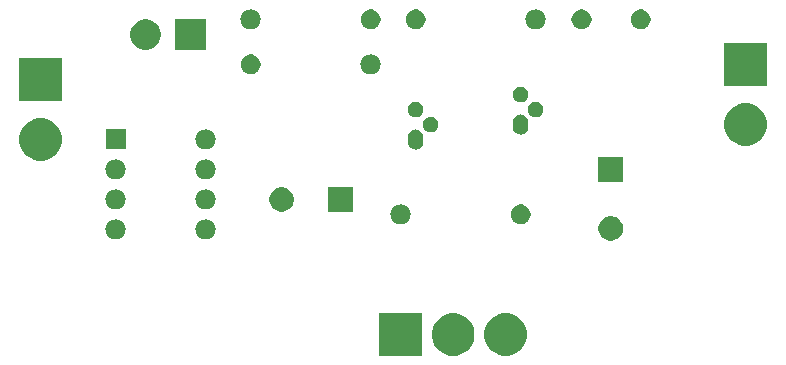
<source format=gts>
G04 #@! TF.GenerationSoftware,KiCad,Pcbnew,5.0.2-bee76a0~70~ubuntu18.04.1*
G04 #@! TF.CreationDate,2019-03-20T17:07:28-04:00*
G04 #@! TF.ProjectId,Fuzz,46757a7a-2e6b-4696-9361-645f70636258,rev?*
G04 #@! TF.SameCoordinates,Original*
G04 #@! TF.FileFunction,Soldermask,Top*
G04 #@! TF.FilePolarity,Negative*
%FSLAX46Y46*%
G04 Gerber Fmt 4.6, Leading zero omitted, Abs format (unit mm)*
G04 Created by KiCad (PCBNEW 5.0.2-bee76a0~70~ubuntu18.04.1) date Wed 20 Mar 2019 05:07:28 PM EDT*
%MOMM*%
%LPD*%
G01*
G04 APERTURE LIST*
%ADD10C,0.100000*%
G04 APERTURE END LIST*
D10*
G36*
X50061060Y-46251060D02*
X46458940Y-46251060D01*
X46458940Y-42648940D01*
X50061060Y-42648940D01*
X50061060Y-46251060D01*
X50061060Y-46251060D01*
G37*
G36*
X52931905Y-42658789D02*
X53230350Y-42718153D01*
X53558122Y-42853921D01*
X53853109Y-43051025D01*
X54103975Y-43301891D01*
X54301079Y-43596878D01*
X54436847Y-43924650D01*
X54506060Y-44272611D01*
X54506060Y-44627389D01*
X54436847Y-44975350D01*
X54301079Y-45303122D01*
X54103975Y-45598109D01*
X53853109Y-45848975D01*
X53558122Y-46046079D01*
X53230350Y-46181847D01*
X52931905Y-46241211D01*
X52882390Y-46251060D01*
X52527610Y-46251060D01*
X52478095Y-46241211D01*
X52179650Y-46181847D01*
X51851878Y-46046079D01*
X51556891Y-45848975D01*
X51306025Y-45598109D01*
X51108921Y-45303122D01*
X50973153Y-44975350D01*
X50903940Y-44627389D01*
X50903940Y-44272611D01*
X50973153Y-43924650D01*
X51108921Y-43596878D01*
X51306025Y-43301891D01*
X51556891Y-43051025D01*
X51851878Y-42853921D01*
X52179650Y-42718153D01*
X52478095Y-42658789D01*
X52527610Y-42648940D01*
X52882390Y-42648940D01*
X52931905Y-42658789D01*
X52931905Y-42658789D01*
G37*
G36*
X57376905Y-42658789D02*
X57675350Y-42718153D01*
X58003122Y-42853921D01*
X58298109Y-43051025D01*
X58548975Y-43301891D01*
X58746079Y-43596878D01*
X58881847Y-43924650D01*
X58951060Y-44272611D01*
X58951060Y-44627389D01*
X58881847Y-44975350D01*
X58746079Y-45303122D01*
X58548975Y-45598109D01*
X58298109Y-45848975D01*
X58003122Y-46046079D01*
X57675350Y-46181847D01*
X57376905Y-46241211D01*
X57327390Y-46251060D01*
X56972610Y-46251060D01*
X56923095Y-46241211D01*
X56624650Y-46181847D01*
X56296878Y-46046079D01*
X56001891Y-45848975D01*
X55751025Y-45598109D01*
X55553921Y-45303122D01*
X55418153Y-44975350D01*
X55348940Y-44627389D01*
X55348940Y-44272611D01*
X55418153Y-43924650D01*
X55553921Y-43596878D01*
X55751025Y-43301891D01*
X56001891Y-43051025D01*
X56296878Y-42853921D01*
X56624650Y-42718153D01*
X56923095Y-42658789D01*
X56972610Y-42648940D01*
X57327390Y-42648940D01*
X57376905Y-42658789D01*
X57376905Y-42658789D01*
G37*
G36*
X66346565Y-34469389D02*
X66537834Y-34548615D01*
X66709976Y-34663637D01*
X66856363Y-34810024D01*
X66971385Y-34982166D01*
X67050611Y-35173435D01*
X67091000Y-35376484D01*
X67091000Y-35583516D01*
X67050611Y-35786565D01*
X66971385Y-35977834D01*
X66856363Y-36149976D01*
X66709976Y-36296363D01*
X66537834Y-36411385D01*
X66346565Y-36490611D01*
X66143516Y-36531000D01*
X65936484Y-36531000D01*
X65733435Y-36490611D01*
X65542166Y-36411385D01*
X65370024Y-36296363D01*
X65223637Y-36149976D01*
X65108615Y-35977834D01*
X65029389Y-35786565D01*
X64989000Y-35583516D01*
X64989000Y-35376484D01*
X65029389Y-35173435D01*
X65108615Y-34982166D01*
X65223637Y-34810024D01*
X65370024Y-34663637D01*
X65542166Y-34548615D01*
X65733435Y-34469389D01*
X65936484Y-34429000D01*
X66143516Y-34429000D01*
X66346565Y-34469389D01*
X66346565Y-34469389D01*
G37*
G36*
X31916821Y-34721313D02*
X31916824Y-34721314D01*
X31916825Y-34721314D01*
X32077239Y-34769975D01*
X32077241Y-34769976D01*
X32077244Y-34769977D01*
X32225078Y-34848995D01*
X32354659Y-34955341D01*
X32461005Y-35084922D01*
X32540023Y-35232756D01*
X32588687Y-35393179D01*
X32605117Y-35560000D01*
X32588687Y-35726821D01*
X32540023Y-35887244D01*
X32461005Y-36035078D01*
X32354659Y-36164659D01*
X32225078Y-36271005D01*
X32077244Y-36350023D01*
X32077241Y-36350024D01*
X32077239Y-36350025D01*
X31916825Y-36398686D01*
X31916824Y-36398686D01*
X31916821Y-36398687D01*
X31791804Y-36411000D01*
X31708196Y-36411000D01*
X31583179Y-36398687D01*
X31583176Y-36398686D01*
X31583175Y-36398686D01*
X31422761Y-36350025D01*
X31422759Y-36350024D01*
X31422756Y-36350023D01*
X31274922Y-36271005D01*
X31145341Y-36164659D01*
X31038995Y-36035078D01*
X30959977Y-35887244D01*
X30911313Y-35726821D01*
X30894883Y-35560000D01*
X30911313Y-35393179D01*
X30959977Y-35232756D01*
X31038995Y-35084922D01*
X31145341Y-34955341D01*
X31274922Y-34848995D01*
X31422756Y-34769977D01*
X31422759Y-34769976D01*
X31422761Y-34769975D01*
X31583175Y-34721314D01*
X31583176Y-34721314D01*
X31583179Y-34721313D01*
X31708196Y-34709000D01*
X31791804Y-34709000D01*
X31916821Y-34721313D01*
X31916821Y-34721313D01*
G37*
G36*
X24296821Y-34721313D02*
X24296824Y-34721314D01*
X24296825Y-34721314D01*
X24457239Y-34769975D01*
X24457241Y-34769976D01*
X24457244Y-34769977D01*
X24605078Y-34848995D01*
X24734659Y-34955341D01*
X24841005Y-35084922D01*
X24920023Y-35232756D01*
X24968687Y-35393179D01*
X24985117Y-35560000D01*
X24968687Y-35726821D01*
X24920023Y-35887244D01*
X24841005Y-36035078D01*
X24734659Y-36164659D01*
X24605078Y-36271005D01*
X24457244Y-36350023D01*
X24457241Y-36350024D01*
X24457239Y-36350025D01*
X24296825Y-36398686D01*
X24296824Y-36398686D01*
X24296821Y-36398687D01*
X24171804Y-36411000D01*
X24088196Y-36411000D01*
X23963179Y-36398687D01*
X23963176Y-36398686D01*
X23963175Y-36398686D01*
X23802761Y-36350025D01*
X23802759Y-36350024D01*
X23802756Y-36350023D01*
X23654922Y-36271005D01*
X23525341Y-36164659D01*
X23418995Y-36035078D01*
X23339977Y-35887244D01*
X23291313Y-35726821D01*
X23274883Y-35560000D01*
X23291313Y-35393179D01*
X23339977Y-35232756D01*
X23418995Y-35084922D01*
X23525341Y-34955341D01*
X23654922Y-34848995D01*
X23802756Y-34769977D01*
X23802759Y-34769976D01*
X23802761Y-34769975D01*
X23963175Y-34721314D01*
X23963176Y-34721314D01*
X23963179Y-34721313D01*
X24088196Y-34709000D01*
X24171804Y-34709000D01*
X24296821Y-34721313D01*
X24296821Y-34721313D01*
G37*
G36*
X58668228Y-33471703D02*
X58823100Y-33535853D01*
X58962481Y-33628985D01*
X59081015Y-33747519D01*
X59174147Y-33886900D01*
X59238297Y-34041772D01*
X59271000Y-34206184D01*
X59271000Y-34373816D01*
X59238297Y-34538228D01*
X59174147Y-34693100D01*
X59081015Y-34832481D01*
X58962481Y-34951015D01*
X58823100Y-35044147D01*
X58668228Y-35108297D01*
X58503816Y-35141000D01*
X58336184Y-35141000D01*
X58171772Y-35108297D01*
X58016900Y-35044147D01*
X57877519Y-34951015D01*
X57758985Y-34832481D01*
X57665853Y-34693100D01*
X57601703Y-34538228D01*
X57569000Y-34373816D01*
X57569000Y-34206184D01*
X57601703Y-34041772D01*
X57665853Y-33886900D01*
X57758985Y-33747519D01*
X57877519Y-33628985D01*
X58016900Y-33535853D01*
X58171772Y-33471703D01*
X58336184Y-33439000D01*
X58503816Y-33439000D01*
X58668228Y-33471703D01*
X58668228Y-33471703D01*
G37*
G36*
X48426821Y-33451313D02*
X48426824Y-33451314D01*
X48426825Y-33451314D01*
X48587239Y-33499975D01*
X48587241Y-33499976D01*
X48587244Y-33499977D01*
X48735078Y-33578995D01*
X48864659Y-33685341D01*
X48971005Y-33814922D01*
X49050023Y-33962756D01*
X49050024Y-33962759D01*
X49050025Y-33962761D01*
X49082859Y-34071000D01*
X49098687Y-34123179D01*
X49115117Y-34290000D01*
X49098687Y-34456821D01*
X49098686Y-34456824D01*
X49098686Y-34456825D01*
X49070842Y-34548616D01*
X49050023Y-34617244D01*
X48971005Y-34765078D01*
X48864659Y-34894659D01*
X48735078Y-35001005D01*
X48587244Y-35080023D01*
X48587241Y-35080024D01*
X48587239Y-35080025D01*
X48426825Y-35128686D01*
X48426824Y-35128686D01*
X48426821Y-35128687D01*
X48301804Y-35141000D01*
X48218196Y-35141000D01*
X48093179Y-35128687D01*
X48093176Y-35128686D01*
X48093175Y-35128686D01*
X47932761Y-35080025D01*
X47932759Y-35080024D01*
X47932756Y-35080023D01*
X47784922Y-35001005D01*
X47655341Y-34894659D01*
X47548995Y-34765078D01*
X47469977Y-34617244D01*
X47449159Y-34548616D01*
X47421314Y-34456825D01*
X47421314Y-34456824D01*
X47421313Y-34456821D01*
X47404883Y-34290000D01*
X47421313Y-34123179D01*
X47437141Y-34071000D01*
X47469975Y-33962761D01*
X47469976Y-33962759D01*
X47469977Y-33962756D01*
X47548995Y-33814922D01*
X47655341Y-33685341D01*
X47784922Y-33578995D01*
X47932756Y-33499977D01*
X47932759Y-33499976D01*
X47932761Y-33499975D01*
X48093175Y-33451314D01*
X48093176Y-33451314D01*
X48093179Y-33451313D01*
X48218196Y-33439000D01*
X48301804Y-33439000D01*
X48426821Y-33451313D01*
X48426821Y-33451313D01*
G37*
G36*
X44231000Y-34071000D02*
X42129000Y-34071000D01*
X42129000Y-31969000D01*
X44231000Y-31969000D01*
X44231000Y-34071000D01*
X44231000Y-34071000D01*
G37*
G36*
X38486565Y-32009389D02*
X38677834Y-32088615D01*
X38849976Y-32203637D01*
X38996363Y-32350024D01*
X39111385Y-32522166D01*
X39190611Y-32713435D01*
X39231000Y-32916484D01*
X39231000Y-33123516D01*
X39190611Y-33326565D01*
X39111385Y-33517834D01*
X38996363Y-33689976D01*
X38849976Y-33836363D01*
X38677834Y-33951385D01*
X38486565Y-34030611D01*
X38283516Y-34071000D01*
X38076484Y-34071000D01*
X37873435Y-34030611D01*
X37682166Y-33951385D01*
X37510024Y-33836363D01*
X37363637Y-33689976D01*
X37248615Y-33517834D01*
X37169389Y-33326565D01*
X37129000Y-33123516D01*
X37129000Y-32916484D01*
X37169389Y-32713435D01*
X37248615Y-32522166D01*
X37363637Y-32350024D01*
X37510024Y-32203637D01*
X37682166Y-32088615D01*
X37873435Y-32009389D01*
X38076484Y-31969000D01*
X38283516Y-31969000D01*
X38486565Y-32009389D01*
X38486565Y-32009389D01*
G37*
G36*
X31916821Y-32181313D02*
X31916824Y-32181314D01*
X31916825Y-32181314D01*
X32077239Y-32229975D01*
X32077241Y-32229976D01*
X32077244Y-32229977D01*
X32225078Y-32308995D01*
X32354659Y-32415341D01*
X32461005Y-32544922D01*
X32540023Y-32692756D01*
X32588687Y-32853179D01*
X32605117Y-33020000D01*
X32588687Y-33186821D01*
X32540023Y-33347244D01*
X32461005Y-33495078D01*
X32354659Y-33624659D01*
X32225078Y-33731005D01*
X32077244Y-33810023D01*
X32077241Y-33810024D01*
X32077239Y-33810025D01*
X31916825Y-33858686D01*
X31916824Y-33858686D01*
X31916821Y-33858687D01*
X31791804Y-33871000D01*
X31708196Y-33871000D01*
X31583179Y-33858687D01*
X31583176Y-33858686D01*
X31583175Y-33858686D01*
X31422761Y-33810025D01*
X31422759Y-33810024D01*
X31422756Y-33810023D01*
X31274922Y-33731005D01*
X31145341Y-33624659D01*
X31038995Y-33495078D01*
X30959977Y-33347244D01*
X30911313Y-33186821D01*
X30894883Y-33020000D01*
X30911313Y-32853179D01*
X30959977Y-32692756D01*
X31038995Y-32544922D01*
X31145341Y-32415341D01*
X31274922Y-32308995D01*
X31422756Y-32229977D01*
X31422759Y-32229976D01*
X31422761Y-32229975D01*
X31583175Y-32181314D01*
X31583176Y-32181314D01*
X31583179Y-32181313D01*
X31708196Y-32169000D01*
X31791804Y-32169000D01*
X31916821Y-32181313D01*
X31916821Y-32181313D01*
G37*
G36*
X24296821Y-32181313D02*
X24296824Y-32181314D01*
X24296825Y-32181314D01*
X24457239Y-32229975D01*
X24457241Y-32229976D01*
X24457244Y-32229977D01*
X24605078Y-32308995D01*
X24734659Y-32415341D01*
X24841005Y-32544922D01*
X24920023Y-32692756D01*
X24968687Y-32853179D01*
X24985117Y-33020000D01*
X24968687Y-33186821D01*
X24920023Y-33347244D01*
X24841005Y-33495078D01*
X24734659Y-33624659D01*
X24605078Y-33731005D01*
X24457244Y-33810023D01*
X24457241Y-33810024D01*
X24457239Y-33810025D01*
X24296825Y-33858686D01*
X24296824Y-33858686D01*
X24296821Y-33858687D01*
X24171804Y-33871000D01*
X24088196Y-33871000D01*
X23963179Y-33858687D01*
X23963176Y-33858686D01*
X23963175Y-33858686D01*
X23802761Y-33810025D01*
X23802759Y-33810024D01*
X23802756Y-33810023D01*
X23654922Y-33731005D01*
X23525341Y-33624659D01*
X23418995Y-33495078D01*
X23339977Y-33347244D01*
X23291313Y-33186821D01*
X23274883Y-33020000D01*
X23291313Y-32853179D01*
X23339977Y-32692756D01*
X23418995Y-32544922D01*
X23525341Y-32415341D01*
X23654922Y-32308995D01*
X23802756Y-32229977D01*
X23802759Y-32229976D01*
X23802761Y-32229975D01*
X23963175Y-32181314D01*
X23963176Y-32181314D01*
X23963179Y-32181313D01*
X24088196Y-32169000D01*
X24171804Y-32169000D01*
X24296821Y-32181313D01*
X24296821Y-32181313D01*
G37*
G36*
X67091000Y-31531000D02*
X64989000Y-31531000D01*
X64989000Y-29429000D01*
X67091000Y-29429000D01*
X67091000Y-31531000D01*
X67091000Y-31531000D01*
G37*
G36*
X31916821Y-29641313D02*
X31916824Y-29641314D01*
X31916825Y-29641314D01*
X32077239Y-29689975D01*
X32077241Y-29689976D01*
X32077244Y-29689977D01*
X32225078Y-29768995D01*
X32354659Y-29875341D01*
X32461005Y-30004922D01*
X32540023Y-30152756D01*
X32588687Y-30313179D01*
X32605117Y-30480000D01*
X32588687Y-30646821D01*
X32540023Y-30807244D01*
X32461005Y-30955078D01*
X32354659Y-31084659D01*
X32225078Y-31191005D01*
X32077244Y-31270023D01*
X32077241Y-31270024D01*
X32077239Y-31270025D01*
X31916825Y-31318686D01*
X31916824Y-31318686D01*
X31916821Y-31318687D01*
X31791804Y-31331000D01*
X31708196Y-31331000D01*
X31583179Y-31318687D01*
X31583176Y-31318686D01*
X31583175Y-31318686D01*
X31422761Y-31270025D01*
X31422759Y-31270024D01*
X31422756Y-31270023D01*
X31274922Y-31191005D01*
X31145341Y-31084659D01*
X31038995Y-30955078D01*
X30959977Y-30807244D01*
X30911313Y-30646821D01*
X30894883Y-30480000D01*
X30911313Y-30313179D01*
X30959977Y-30152756D01*
X31038995Y-30004922D01*
X31145341Y-29875341D01*
X31274922Y-29768995D01*
X31422756Y-29689977D01*
X31422759Y-29689976D01*
X31422761Y-29689975D01*
X31583175Y-29641314D01*
X31583176Y-29641314D01*
X31583179Y-29641313D01*
X31708196Y-29629000D01*
X31791804Y-29629000D01*
X31916821Y-29641313D01*
X31916821Y-29641313D01*
G37*
G36*
X24296821Y-29641313D02*
X24296824Y-29641314D01*
X24296825Y-29641314D01*
X24457239Y-29689975D01*
X24457241Y-29689976D01*
X24457244Y-29689977D01*
X24605078Y-29768995D01*
X24734659Y-29875341D01*
X24841005Y-30004922D01*
X24920023Y-30152756D01*
X24968687Y-30313179D01*
X24985117Y-30480000D01*
X24968687Y-30646821D01*
X24920023Y-30807244D01*
X24841005Y-30955078D01*
X24734659Y-31084659D01*
X24605078Y-31191005D01*
X24457244Y-31270023D01*
X24457241Y-31270024D01*
X24457239Y-31270025D01*
X24296825Y-31318686D01*
X24296824Y-31318686D01*
X24296821Y-31318687D01*
X24171804Y-31331000D01*
X24088196Y-31331000D01*
X23963179Y-31318687D01*
X23963176Y-31318686D01*
X23963175Y-31318686D01*
X23802761Y-31270025D01*
X23802759Y-31270024D01*
X23802756Y-31270023D01*
X23654922Y-31191005D01*
X23525341Y-31084659D01*
X23418995Y-30955078D01*
X23339977Y-30807244D01*
X23291313Y-30646821D01*
X23274883Y-30480000D01*
X23291313Y-30313179D01*
X23339977Y-30152756D01*
X23418995Y-30004922D01*
X23525341Y-29875341D01*
X23654922Y-29768995D01*
X23802756Y-29689977D01*
X23802759Y-29689976D01*
X23802761Y-29689975D01*
X23963175Y-29641314D01*
X23963176Y-29641314D01*
X23963179Y-29641313D01*
X24088196Y-29629000D01*
X24171804Y-29629000D01*
X24296821Y-29641313D01*
X24296821Y-29641313D01*
G37*
G36*
X18006905Y-26148789D02*
X18305350Y-26208153D01*
X18633122Y-26343921D01*
X18928109Y-26541025D01*
X19178975Y-26791891D01*
X19376079Y-27086878D01*
X19511847Y-27414650D01*
X19581060Y-27762611D01*
X19581060Y-28117389D01*
X19511847Y-28465350D01*
X19376079Y-28793122D01*
X19178975Y-29088109D01*
X18928109Y-29338975D01*
X18633122Y-29536079D01*
X18305350Y-29671847D01*
X18006905Y-29731211D01*
X17957390Y-29741060D01*
X17602610Y-29741060D01*
X17553095Y-29731211D01*
X17254650Y-29671847D01*
X16926878Y-29536079D01*
X16631891Y-29338975D01*
X16381025Y-29088109D01*
X16183921Y-28793122D01*
X16048153Y-28465350D01*
X15978940Y-28117389D01*
X15978940Y-27762611D01*
X16048153Y-27414650D01*
X16183921Y-27086878D01*
X16381025Y-26791891D01*
X16631891Y-26541025D01*
X16926878Y-26343921D01*
X17254650Y-26208153D01*
X17553095Y-26148789D01*
X17602610Y-26138940D01*
X17957390Y-26138940D01*
X18006905Y-26148789D01*
X18006905Y-26148789D01*
G37*
G36*
X49657617Y-27098420D02*
X49729851Y-27120332D01*
X49780332Y-27135645D01*
X49840782Y-27167957D01*
X49893425Y-27196095D01*
X49893427Y-27196096D01*
X49893426Y-27196096D01*
X49988786Y-27274355D01*
X49992553Y-27277447D01*
X50073905Y-27376574D01*
X50073906Y-27376576D01*
X50134355Y-27489667D01*
X50141002Y-27511580D01*
X50171580Y-27612382D01*
X50181000Y-27708027D01*
X50181000Y-28171972D01*
X50171580Y-28267618D01*
X50146763Y-28349427D01*
X50134355Y-28390333D01*
X50121128Y-28415078D01*
X50073905Y-28503426D01*
X49992553Y-28602553D01*
X49893426Y-28683905D01*
X49893424Y-28683906D01*
X49780333Y-28744355D01*
X49739427Y-28756763D01*
X49657618Y-28781580D01*
X49530000Y-28794149D01*
X49402383Y-28781580D01*
X49320574Y-28756763D01*
X49279668Y-28744355D01*
X49166577Y-28683906D01*
X49166575Y-28683905D01*
X49067448Y-28602553D01*
X48986095Y-28503426D01*
X48938872Y-28415078D01*
X48925645Y-28390333D01*
X48913237Y-28349427D01*
X48888420Y-28267618D01*
X48879000Y-28171973D01*
X48879000Y-27708028D01*
X48888420Y-27612383D01*
X48925645Y-27489669D01*
X48925645Y-27489668D01*
X48965743Y-27414651D01*
X48986095Y-27376575D01*
X49067447Y-27277447D01*
X49166574Y-27196095D01*
X49179509Y-27189181D01*
X49279667Y-27135645D01*
X49330148Y-27120332D01*
X49402382Y-27098420D01*
X49530000Y-27085851D01*
X49657617Y-27098420D01*
X49657617Y-27098420D01*
G37*
G36*
X24981000Y-28791000D02*
X23279000Y-28791000D01*
X23279000Y-27089000D01*
X24981000Y-27089000D01*
X24981000Y-28791000D01*
X24981000Y-28791000D01*
G37*
G36*
X31916821Y-27101313D02*
X31916824Y-27101314D01*
X31916825Y-27101314D01*
X32077239Y-27149975D01*
X32077241Y-27149976D01*
X32077244Y-27149977D01*
X32225078Y-27228995D01*
X32354659Y-27335341D01*
X32461005Y-27464922D01*
X32540023Y-27612756D01*
X32540024Y-27612759D01*
X32540025Y-27612761D01*
X32568924Y-27708028D01*
X32588687Y-27773179D01*
X32605117Y-27940000D01*
X32588687Y-28106821D01*
X32588686Y-28106824D01*
X32588686Y-28106825D01*
X32540377Y-28266079D01*
X32540023Y-28267244D01*
X32461005Y-28415078D01*
X32354659Y-28544659D01*
X32225078Y-28651005D01*
X32077244Y-28730023D01*
X32077241Y-28730024D01*
X32077239Y-28730025D01*
X31916825Y-28778686D01*
X31916824Y-28778686D01*
X31916821Y-28778687D01*
X31791804Y-28791000D01*
X31708196Y-28791000D01*
X31583179Y-28778687D01*
X31583176Y-28778686D01*
X31583175Y-28778686D01*
X31422761Y-28730025D01*
X31422759Y-28730024D01*
X31422756Y-28730023D01*
X31274922Y-28651005D01*
X31145341Y-28544659D01*
X31038995Y-28415078D01*
X30959977Y-28267244D01*
X30959624Y-28266079D01*
X30911314Y-28106825D01*
X30911314Y-28106824D01*
X30911313Y-28106821D01*
X30894883Y-27940000D01*
X30911313Y-27773179D01*
X30931076Y-27708028D01*
X30959975Y-27612761D01*
X30959976Y-27612759D01*
X30959977Y-27612756D01*
X31038995Y-27464922D01*
X31145341Y-27335341D01*
X31274922Y-27228995D01*
X31422756Y-27149977D01*
X31422759Y-27149976D01*
X31422761Y-27149975D01*
X31583175Y-27101314D01*
X31583176Y-27101314D01*
X31583179Y-27101313D01*
X31708196Y-27089000D01*
X31791804Y-27089000D01*
X31916821Y-27101313D01*
X31916821Y-27101313D01*
G37*
G36*
X77696905Y-24878789D02*
X77995350Y-24938153D01*
X78323122Y-25073921D01*
X78618109Y-25271025D01*
X78868975Y-25521891D01*
X79066079Y-25816878D01*
X79201847Y-26144650D01*
X79271060Y-26492611D01*
X79271060Y-26847389D01*
X79201847Y-27195350D01*
X79066079Y-27523122D01*
X78868975Y-27818109D01*
X78618109Y-28068975D01*
X78323122Y-28266079D01*
X77995350Y-28401847D01*
X77696905Y-28461211D01*
X77647390Y-28471060D01*
X77292610Y-28471060D01*
X77243095Y-28461211D01*
X76944650Y-28401847D01*
X76616878Y-28266079D01*
X76321891Y-28068975D01*
X76071025Y-27818109D01*
X75873921Y-27523122D01*
X75738153Y-27195350D01*
X75668940Y-26847389D01*
X75668940Y-26492611D01*
X75738153Y-26144650D01*
X75873921Y-25816878D01*
X76071025Y-25521891D01*
X76321891Y-25271025D01*
X76616878Y-25073921D01*
X76944650Y-24938153D01*
X77243095Y-24878789D01*
X77292610Y-24868940D01*
X77647390Y-24868940D01*
X77696905Y-24878789D01*
X77696905Y-24878789D01*
G37*
G36*
X58547617Y-25828420D02*
X58629426Y-25853237D01*
X58670332Y-25865645D01*
X58730782Y-25897957D01*
X58783425Y-25926095D01*
X58783427Y-25926096D01*
X58783426Y-25926096D01*
X58878786Y-26004355D01*
X58882553Y-26007447D01*
X58963905Y-26106574D01*
X58963906Y-26106576D01*
X59024355Y-26219667D01*
X59036763Y-26260573D01*
X59061580Y-26342382D01*
X59071000Y-26438027D01*
X59071000Y-26901972D01*
X59061580Y-26997618D01*
X59036763Y-27079427D01*
X59024355Y-27120333D01*
X58984258Y-27195349D01*
X58963905Y-27233426D01*
X58882553Y-27332553D01*
X58783426Y-27413905D01*
X58783424Y-27413906D01*
X58670333Y-27474355D01*
X58629427Y-27486763D01*
X58547618Y-27511580D01*
X58420000Y-27524149D01*
X58292383Y-27511580D01*
X58210574Y-27486763D01*
X58169668Y-27474355D01*
X58056577Y-27413906D01*
X58056575Y-27413905D01*
X57957448Y-27332553D01*
X57876095Y-27233426D01*
X57855742Y-27195349D01*
X57815645Y-27120333D01*
X57803237Y-27079427D01*
X57778420Y-26997618D01*
X57769000Y-26901973D01*
X57769000Y-26438028D01*
X57778420Y-26342383D01*
X57815645Y-26219669D01*
X57815645Y-26219668D01*
X57855743Y-26144651D01*
X57876095Y-26106575D01*
X57940235Y-26028420D01*
X57957445Y-26007449D01*
X57957447Y-26007447D01*
X58056574Y-25926095D01*
X58069509Y-25919181D01*
X58169667Y-25865645D01*
X58210573Y-25853237D01*
X58292382Y-25828420D01*
X58420000Y-25815851D01*
X58547617Y-25828420D01*
X58547617Y-25828420D01*
G37*
G36*
X50863855Y-26022140D02*
X50927618Y-26028420D01*
X51002054Y-26051000D01*
X51050333Y-26065645D01*
X51126905Y-26106574D01*
X51163426Y-26126095D01*
X51262553Y-26207447D01*
X51343905Y-26306574D01*
X51343906Y-26306576D01*
X51404355Y-26419667D01*
X51416763Y-26460573D01*
X51441580Y-26542382D01*
X51454149Y-26670000D01*
X51441580Y-26797618D01*
X51426482Y-26847389D01*
X51404355Y-26920333D01*
X51363046Y-26997616D01*
X51343905Y-27033426D01*
X51262553Y-27132553D01*
X51163426Y-27213905D01*
X51163424Y-27213906D01*
X51050333Y-27274355D01*
X51009427Y-27286763D01*
X50927618Y-27311580D01*
X50863855Y-27317860D01*
X50831974Y-27321000D01*
X50768026Y-27321000D01*
X50736145Y-27317860D01*
X50672382Y-27311580D01*
X50590573Y-27286763D01*
X50549667Y-27274355D01*
X50436576Y-27213906D01*
X50436574Y-27213905D01*
X50337447Y-27132553D01*
X50256095Y-27033426D01*
X50236954Y-26997616D01*
X50195645Y-26920333D01*
X50173518Y-26847389D01*
X50158420Y-26797618D01*
X50145851Y-26670000D01*
X50158420Y-26542382D01*
X50183237Y-26460573D01*
X50195645Y-26419667D01*
X50256094Y-26306576D01*
X50256095Y-26306574D01*
X50337447Y-26207447D01*
X50436574Y-26126095D01*
X50473095Y-26106574D01*
X50549667Y-26065645D01*
X50597946Y-26051000D01*
X50672382Y-26028420D01*
X50736145Y-26022140D01*
X50768026Y-26019000D01*
X50831974Y-26019000D01*
X50863855Y-26022140D01*
X50863855Y-26022140D01*
G37*
G36*
X49593855Y-24752140D02*
X49657618Y-24758420D01*
X49732054Y-24781000D01*
X49780333Y-24795645D01*
X49880491Y-24849181D01*
X49893426Y-24856095D01*
X49992553Y-24937447D01*
X50073905Y-25036574D01*
X50073906Y-25036576D01*
X50134355Y-25149667D01*
X50134355Y-25149668D01*
X50171580Y-25272382D01*
X50184149Y-25400000D01*
X50171580Y-25527618D01*
X50146763Y-25609427D01*
X50134355Y-25650333D01*
X50080819Y-25750491D01*
X50073905Y-25763426D01*
X49992553Y-25862553D01*
X49893426Y-25943905D01*
X49893424Y-25943906D01*
X49780333Y-26004355D01*
X49739427Y-26016763D01*
X49657618Y-26041580D01*
X49593855Y-26047860D01*
X49561974Y-26051000D01*
X49498026Y-26051000D01*
X49466145Y-26047860D01*
X49402382Y-26041580D01*
X49320573Y-26016763D01*
X49279667Y-26004355D01*
X49166576Y-25943906D01*
X49166574Y-25943905D01*
X49067447Y-25862553D01*
X48986095Y-25763426D01*
X48979181Y-25750491D01*
X48925645Y-25650333D01*
X48913237Y-25609427D01*
X48888420Y-25527618D01*
X48875851Y-25400000D01*
X48888420Y-25272382D01*
X48925645Y-25149668D01*
X48925645Y-25149667D01*
X48986094Y-25036576D01*
X48986095Y-25036574D01*
X49067447Y-24937447D01*
X49166574Y-24856095D01*
X49179509Y-24849181D01*
X49279667Y-24795645D01*
X49327946Y-24781000D01*
X49402382Y-24758420D01*
X49466145Y-24752140D01*
X49498026Y-24749000D01*
X49561974Y-24749000D01*
X49593855Y-24752140D01*
X49593855Y-24752140D01*
G37*
G36*
X59753855Y-24752140D02*
X59817618Y-24758420D01*
X59892054Y-24781000D01*
X59940333Y-24795645D01*
X60040491Y-24849181D01*
X60053426Y-24856095D01*
X60152553Y-24937447D01*
X60233905Y-25036574D01*
X60233906Y-25036576D01*
X60294355Y-25149667D01*
X60294355Y-25149668D01*
X60331580Y-25272382D01*
X60344149Y-25400000D01*
X60331580Y-25527618D01*
X60306763Y-25609427D01*
X60294355Y-25650333D01*
X60240819Y-25750491D01*
X60233905Y-25763426D01*
X60152553Y-25862553D01*
X60053426Y-25943905D01*
X60053424Y-25943906D01*
X59940333Y-26004355D01*
X59899427Y-26016763D01*
X59817618Y-26041580D01*
X59753855Y-26047860D01*
X59721974Y-26051000D01*
X59658026Y-26051000D01*
X59626145Y-26047860D01*
X59562382Y-26041580D01*
X59480573Y-26016763D01*
X59439667Y-26004355D01*
X59326576Y-25943906D01*
X59326574Y-25943905D01*
X59227447Y-25862553D01*
X59146095Y-25763426D01*
X59139181Y-25750491D01*
X59085645Y-25650333D01*
X59073237Y-25609427D01*
X59048420Y-25527618D01*
X59035851Y-25400000D01*
X59048420Y-25272382D01*
X59085645Y-25149668D01*
X59085645Y-25149667D01*
X59146094Y-25036576D01*
X59146095Y-25036574D01*
X59227447Y-24937447D01*
X59326574Y-24856095D01*
X59339509Y-24849181D01*
X59439667Y-24795645D01*
X59487946Y-24781000D01*
X59562382Y-24758420D01*
X59626145Y-24752140D01*
X59658026Y-24749000D01*
X59721974Y-24749000D01*
X59753855Y-24752140D01*
X59753855Y-24752140D01*
G37*
G36*
X58483855Y-23482140D02*
X58547618Y-23488420D01*
X58629427Y-23513237D01*
X58670333Y-23525645D01*
X58770491Y-23579181D01*
X58783426Y-23586095D01*
X58882553Y-23667447D01*
X58963905Y-23766574D01*
X58963906Y-23766576D01*
X59024355Y-23879667D01*
X59024355Y-23879668D01*
X59061580Y-24002382D01*
X59074149Y-24130000D01*
X59061580Y-24257618D01*
X59036763Y-24339427D01*
X59024355Y-24380333D01*
X58970819Y-24480491D01*
X58963905Y-24493426D01*
X58882553Y-24592553D01*
X58783426Y-24673905D01*
X58783424Y-24673906D01*
X58670333Y-24734355D01*
X58629427Y-24746763D01*
X58547618Y-24771580D01*
X58483855Y-24777860D01*
X58451974Y-24781000D01*
X58388026Y-24781000D01*
X58356145Y-24777860D01*
X58292382Y-24771580D01*
X58210573Y-24746763D01*
X58169667Y-24734355D01*
X58056576Y-24673906D01*
X58056574Y-24673905D01*
X57957447Y-24592553D01*
X57876095Y-24493426D01*
X57869181Y-24480491D01*
X57815645Y-24380333D01*
X57803237Y-24339427D01*
X57778420Y-24257618D01*
X57765851Y-24130000D01*
X57778420Y-24002382D01*
X57815645Y-23879668D01*
X57815645Y-23879667D01*
X57876094Y-23766576D01*
X57876095Y-23766574D01*
X57957447Y-23667447D01*
X58056574Y-23586095D01*
X58069509Y-23579181D01*
X58169667Y-23525645D01*
X58210573Y-23513237D01*
X58292382Y-23488420D01*
X58356145Y-23482140D01*
X58388026Y-23479000D01*
X58451974Y-23479000D01*
X58483855Y-23482140D01*
X58483855Y-23482140D01*
G37*
G36*
X19581060Y-24661060D02*
X15978940Y-24661060D01*
X15978940Y-21058940D01*
X19581060Y-21058940D01*
X19581060Y-24661060D01*
X19581060Y-24661060D01*
G37*
G36*
X79271060Y-23391060D02*
X75668940Y-23391060D01*
X75668940Y-19788940D01*
X79271060Y-19788940D01*
X79271060Y-23391060D01*
X79271060Y-23391060D01*
G37*
G36*
X35808228Y-20771703D02*
X35963100Y-20835853D01*
X36102481Y-20928985D01*
X36221015Y-21047519D01*
X36314147Y-21186900D01*
X36378297Y-21341772D01*
X36411000Y-21506184D01*
X36411000Y-21673816D01*
X36378297Y-21838228D01*
X36314147Y-21993100D01*
X36221015Y-22132481D01*
X36102481Y-22251015D01*
X35963100Y-22344147D01*
X35808228Y-22408297D01*
X35643816Y-22441000D01*
X35476184Y-22441000D01*
X35311772Y-22408297D01*
X35156900Y-22344147D01*
X35017519Y-22251015D01*
X34898985Y-22132481D01*
X34805853Y-21993100D01*
X34741703Y-21838228D01*
X34709000Y-21673816D01*
X34709000Y-21506184D01*
X34741703Y-21341772D01*
X34805853Y-21186900D01*
X34898985Y-21047519D01*
X35017519Y-20928985D01*
X35156900Y-20835853D01*
X35311772Y-20771703D01*
X35476184Y-20739000D01*
X35643816Y-20739000D01*
X35808228Y-20771703D01*
X35808228Y-20771703D01*
G37*
G36*
X45886821Y-20751313D02*
X45886824Y-20751314D01*
X45886825Y-20751314D01*
X46047239Y-20799975D01*
X46047241Y-20799976D01*
X46047244Y-20799977D01*
X46195078Y-20878995D01*
X46324659Y-20985341D01*
X46431005Y-21114922D01*
X46510023Y-21262756D01*
X46510024Y-21262759D01*
X46510025Y-21262761D01*
X46558686Y-21423175D01*
X46558687Y-21423179D01*
X46575117Y-21590000D01*
X46558687Y-21756821D01*
X46558686Y-21756824D01*
X46558686Y-21756825D01*
X46533993Y-21838228D01*
X46510023Y-21917244D01*
X46431005Y-22065078D01*
X46324659Y-22194659D01*
X46195078Y-22301005D01*
X46047244Y-22380023D01*
X46047241Y-22380024D01*
X46047239Y-22380025D01*
X45886825Y-22428686D01*
X45886824Y-22428686D01*
X45886821Y-22428687D01*
X45761804Y-22441000D01*
X45678196Y-22441000D01*
X45553179Y-22428687D01*
X45553176Y-22428686D01*
X45553175Y-22428686D01*
X45392761Y-22380025D01*
X45392759Y-22380024D01*
X45392756Y-22380023D01*
X45244922Y-22301005D01*
X45115341Y-22194659D01*
X45008995Y-22065078D01*
X44929977Y-21917244D01*
X44906008Y-21838228D01*
X44881314Y-21756825D01*
X44881314Y-21756824D01*
X44881313Y-21756821D01*
X44864883Y-21590000D01*
X44881313Y-21423179D01*
X44881314Y-21423175D01*
X44929975Y-21262761D01*
X44929976Y-21262759D01*
X44929977Y-21262756D01*
X45008995Y-21114922D01*
X45115341Y-20985341D01*
X45244922Y-20878995D01*
X45392756Y-20799977D01*
X45392759Y-20799976D01*
X45392761Y-20799975D01*
X45553175Y-20751314D01*
X45553176Y-20751314D01*
X45553179Y-20751313D01*
X45678196Y-20739000D01*
X45761804Y-20739000D01*
X45886821Y-20751313D01*
X45886821Y-20751313D01*
G37*
G36*
X31780680Y-20350680D02*
X29179320Y-20350680D01*
X29179320Y-17749320D01*
X31780680Y-17749320D01*
X31780680Y-20350680D01*
X31780680Y-20350680D01*
G37*
G36*
X27049393Y-17799304D02*
X27286102Y-17897352D01*
X27499138Y-18039698D01*
X27680302Y-18220862D01*
X27822648Y-18433898D01*
X27920696Y-18670607D01*
X27970680Y-18921893D01*
X27970680Y-19178107D01*
X27920696Y-19429393D01*
X27822648Y-19666102D01*
X27680302Y-19879138D01*
X27499138Y-20060302D01*
X27286102Y-20202648D01*
X27049393Y-20300696D01*
X26798107Y-20350680D01*
X26541893Y-20350680D01*
X26290607Y-20300696D01*
X26053898Y-20202648D01*
X25840862Y-20060302D01*
X25659698Y-19879138D01*
X25517352Y-19666102D01*
X25419304Y-19429393D01*
X25369320Y-19178107D01*
X25369320Y-18921893D01*
X25419304Y-18670607D01*
X25517352Y-18433898D01*
X25659698Y-18220862D01*
X25840862Y-18039698D01*
X26053898Y-17897352D01*
X26290607Y-17799304D01*
X26541893Y-17749320D01*
X26798107Y-17749320D01*
X27049393Y-17799304D01*
X27049393Y-17799304D01*
G37*
G36*
X63828228Y-16961703D02*
X63983100Y-17025853D01*
X64122481Y-17118985D01*
X64241015Y-17237519D01*
X64334147Y-17376900D01*
X64398297Y-17531772D01*
X64431000Y-17696184D01*
X64431000Y-17863816D01*
X64398297Y-18028228D01*
X64334147Y-18183100D01*
X64241015Y-18322481D01*
X64122481Y-18441015D01*
X63983100Y-18534147D01*
X63828228Y-18598297D01*
X63663816Y-18631000D01*
X63496184Y-18631000D01*
X63331772Y-18598297D01*
X63176900Y-18534147D01*
X63037519Y-18441015D01*
X62918985Y-18322481D01*
X62825853Y-18183100D01*
X62761703Y-18028228D01*
X62729000Y-17863816D01*
X62729000Y-17696184D01*
X62761703Y-17531772D01*
X62825853Y-17376900D01*
X62918985Y-17237519D01*
X63037519Y-17118985D01*
X63176900Y-17025853D01*
X63331772Y-16961703D01*
X63496184Y-16929000D01*
X63663816Y-16929000D01*
X63828228Y-16961703D01*
X63828228Y-16961703D01*
G37*
G36*
X68828228Y-16961703D02*
X68983100Y-17025853D01*
X69122481Y-17118985D01*
X69241015Y-17237519D01*
X69334147Y-17376900D01*
X69398297Y-17531772D01*
X69431000Y-17696184D01*
X69431000Y-17863816D01*
X69398297Y-18028228D01*
X69334147Y-18183100D01*
X69241015Y-18322481D01*
X69122481Y-18441015D01*
X68983100Y-18534147D01*
X68828228Y-18598297D01*
X68663816Y-18631000D01*
X68496184Y-18631000D01*
X68331772Y-18598297D01*
X68176900Y-18534147D01*
X68037519Y-18441015D01*
X67918985Y-18322481D01*
X67825853Y-18183100D01*
X67761703Y-18028228D01*
X67729000Y-17863816D01*
X67729000Y-17696184D01*
X67761703Y-17531772D01*
X67825853Y-17376900D01*
X67918985Y-17237519D01*
X68037519Y-17118985D01*
X68176900Y-17025853D01*
X68331772Y-16961703D01*
X68496184Y-16929000D01*
X68663816Y-16929000D01*
X68828228Y-16961703D01*
X68828228Y-16961703D01*
G37*
G36*
X35726821Y-16941313D02*
X35726824Y-16941314D01*
X35726825Y-16941314D01*
X35887239Y-16989975D01*
X35887241Y-16989976D01*
X35887244Y-16989977D01*
X36035078Y-17068995D01*
X36164659Y-17175341D01*
X36271005Y-17304922D01*
X36350023Y-17452756D01*
X36350024Y-17452759D01*
X36350025Y-17452761D01*
X36398686Y-17613175D01*
X36398687Y-17613179D01*
X36415117Y-17780000D01*
X36398687Y-17946821D01*
X36398686Y-17946824D01*
X36398686Y-17946825D01*
X36373993Y-18028228D01*
X36350023Y-18107244D01*
X36271005Y-18255078D01*
X36164659Y-18384659D01*
X36035078Y-18491005D01*
X35887244Y-18570023D01*
X35887241Y-18570024D01*
X35887239Y-18570025D01*
X35726825Y-18618686D01*
X35726824Y-18618686D01*
X35726821Y-18618687D01*
X35601804Y-18631000D01*
X35518196Y-18631000D01*
X35393179Y-18618687D01*
X35393176Y-18618686D01*
X35393175Y-18618686D01*
X35232761Y-18570025D01*
X35232759Y-18570024D01*
X35232756Y-18570023D01*
X35084922Y-18491005D01*
X34955341Y-18384659D01*
X34848995Y-18255078D01*
X34769977Y-18107244D01*
X34746008Y-18028228D01*
X34721314Y-17946825D01*
X34721314Y-17946824D01*
X34721313Y-17946821D01*
X34704883Y-17780000D01*
X34721313Y-17613179D01*
X34721314Y-17613175D01*
X34769975Y-17452761D01*
X34769976Y-17452759D01*
X34769977Y-17452756D01*
X34848995Y-17304922D01*
X34955341Y-17175341D01*
X35084922Y-17068995D01*
X35232756Y-16989977D01*
X35232759Y-16989976D01*
X35232761Y-16989975D01*
X35393175Y-16941314D01*
X35393176Y-16941314D01*
X35393179Y-16941313D01*
X35518196Y-16929000D01*
X35601804Y-16929000D01*
X35726821Y-16941313D01*
X35726821Y-16941313D01*
G37*
G36*
X45968228Y-16961703D02*
X46123100Y-17025853D01*
X46262481Y-17118985D01*
X46381015Y-17237519D01*
X46474147Y-17376900D01*
X46538297Y-17531772D01*
X46571000Y-17696184D01*
X46571000Y-17863816D01*
X46538297Y-18028228D01*
X46474147Y-18183100D01*
X46381015Y-18322481D01*
X46262481Y-18441015D01*
X46123100Y-18534147D01*
X45968228Y-18598297D01*
X45803816Y-18631000D01*
X45636184Y-18631000D01*
X45471772Y-18598297D01*
X45316900Y-18534147D01*
X45177519Y-18441015D01*
X45058985Y-18322481D01*
X44965853Y-18183100D01*
X44901703Y-18028228D01*
X44869000Y-17863816D01*
X44869000Y-17696184D01*
X44901703Y-17531772D01*
X44965853Y-17376900D01*
X45058985Y-17237519D01*
X45177519Y-17118985D01*
X45316900Y-17025853D01*
X45471772Y-16961703D01*
X45636184Y-16929000D01*
X45803816Y-16929000D01*
X45968228Y-16961703D01*
X45968228Y-16961703D01*
G37*
G36*
X49778228Y-16961703D02*
X49933100Y-17025853D01*
X50072481Y-17118985D01*
X50191015Y-17237519D01*
X50284147Y-17376900D01*
X50348297Y-17531772D01*
X50381000Y-17696184D01*
X50381000Y-17863816D01*
X50348297Y-18028228D01*
X50284147Y-18183100D01*
X50191015Y-18322481D01*
X50072481Y-18441015D01*
X49933100Y-18534147D01*
X49778228Y-18598297D01*
X49613816Y-18631000D01*
X49446184Y-18631000D01*
X49281772Y-18598297D01*
X49126900Y-18534147D01*
X48987519Y-18441015D01*
X48868985Y-18322481D01*
X48775853Y-18183100D01*
X48711703Y-18028228D01*
X48679000Y-17863816D01*
X48679000Y-17696184D01*
X48711703Y-17531772D01*
X48775853Y-17376900D01*
X48868985Y-17237519D01*
X48987519Y-17118985D01*
X49126900Y-17025853D01*
X49281772Y-16961703D01*
X49446184Y-16929000D01*
X49613816Y-16929000D01*
X49778228Y-16961703D01*
X49778228Y-16961703D01*
G37*
G36*
X59856821Y-16941313D02*
X59856824Y-16941314D01*
X59856825Y-16941314D01*
X60017239Y-16989975D01*
X60017241Y-16989976D01*
X60017244Y-16989977D01*
X60165078Y-17068995D01*
X60294659Y-17175341D01*
X60401005Y-17304922D01*
X60480023Y-17452756D01*
X60480024Y-17452759D01*
X60480025Y-17452761D01*
X60528686Y-17613175D01*
X60528687Y-17613179D01*
X60545117Y-17780000D01*
X60528687Y-17946821D01*
X60528686Y-17946824D01*
X60528686Y-17946825D01*
X60503993Y-18028228D01*
X60480023Y-18107244D01*
X60401005Y-18255078D01*
X60294659Y-18384659D01*
X60165078Y-18491005D01*
X60017244Y-18570023D01*
X60017241Y-18570024D01*
X60017239Y-18570025D01*
X59856825Y-18618686D01*
X59856824Y-18618686D01*
X59856821Y-18618687D01*
X59731804Y-18631000D01*
X59648196Y-18631000D01*
X59523179Y-18618687D01*
X59523176Y-18618686D01*
X59523175Y-18618686D01*
X59362761Y-18570025D01*
X59362759Y-18570024D01*
X59362756Y-18570023D01*
X59214922Y-18491005D01*
X59085341Y-18384659D01*
X58978995Y-18255078D01*
X58899977Y-18107244D01*
X58876008Y-18028228D01*
X58851314Y-17946825D01*
X58851314Y-17946824D01*
X58851313Y-17946821D01*
X58834883Y-17780000D01*
X58851313Y-17613179D01*
X58851314Y-17613175D01*
X58899975Y-17452761D01*
X58899976Y-17452759D01*
X58899977Y-17452756D01*
X58978995Y-17304922D01*
X59085341Y-17175341D01*
X59214922Y-17068995D01*
X59362756Y-16989977D01*
X59362759Y-16989976D01*
X59362761Y-16989975D01*
X59523175Y-16941314D01*
X59523176Y-16941314D01*
X59523179Y-16941313D01*
X59648196Y-16929000D01*
X59731804Y-16929000D01*
X59856821Y-16941313D01*
X59856821Y-16941313D01*
G37*
M02*

</source>
